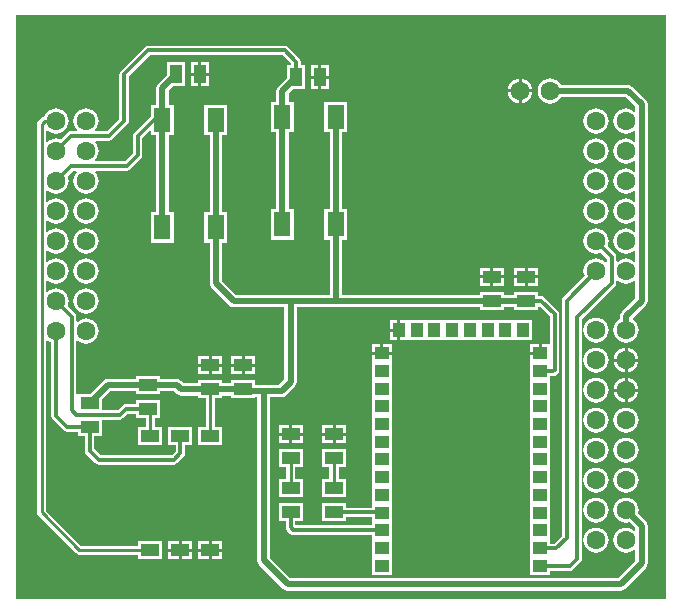
<source format=gtl>
%FSTAX25Y25*%
%MOIN*%
G70*
G01*
G75*
G04 Layer_Physical_Order=1*
G04 Layer_Color=255*
%ADD10R,0.05512X0.08268*%
%ADD11R,0.06000X0.04000*%
%ADD12R,0.05984X0.04134*%
%ADD13R,0.03937X0.04724*%
%ADD14R,0.04724X0.03937*%
%ADD15R,0.04000X0.06000*%
%ADD16C,0.01181*%
%ADD17C,0.01969*%
%ADD18C,0.01000*%
%ADD19C,0.06299*%
G36*
X0212598Y-0001969D02*
X-0003937D01*
Y0192913D01*
X0212598D01*
Y-0001969D01*
D02*
G37*
%LPC*%
G36*
X0199331Y0061981D02*
X0198248Y0061838D01*
X0197238Y006142D01*
X0196371Y0060755D01*
X0195706Y0059888D01*
X0195288Y0058878D01*
X0195145Y0057795D01*
X0195288Y0056712D01*
X0195706Y0055703D01*
X0196371Y0054836D01*
X0197238Y0054171D01*
X0198248Y0053752D01*
X0199331Y005361D01*
X0200414Y0053752D01*
X0201423Y0054171D01*
X020229Y0054836D01*
X0202955Y0055703D01*
X0203374Y0056712D01*
X0203516Y0057795D01*
X0203374Y0058878D01*
X0202955Y0059888D01*
X020229Y0060755D01*
X0201423Y006142D01*
X0200414Y0061838D01*
X0199331Y0061981D01*
D02*
G37*
G36*
X0189331D02*
X0188248Y0061838D01*
X0187238Y006142D01*
X0186371Y0060755D01*
X0185706Y0059888D01*
X0185288Y0058878D01*
X0185145Y0057795D01*
X0185288Y0056712D01*
X0185706Y0055703D01*
X0186371Y0054836D01*
X0187238Y0054171D01*
X0188248Y0053752D01*
X0189331Y005361D01*
X0190414Y0053752D01*
X0191423Y0054171D01*
X019229Y0054836D01*
X0192955Y0055703D01*
X0193374Y0056712D01*
X0193516Y0057795D01*
X0193374Y0058878D01*
X0192955Y0059888D01*
X019229Y0060755D01*
X0191423Y006142D01*
X0190414Y0061838D01*
X0189331Y0061981D01*
D02*
G37*
G36*
Y0071981D02*
X0188248Y0071838D01*
X0187238Y007142D01*
X0186371Y0070755D01*
X0185706Y0069888D01*
X0185288Y0068879D01*
X0185145Y0067795D01*
X0185288Y0066712D01*
X0185706Y0065703D01*
X0186371Y0064836D01*
X0187238Y0064171D01*
X0188248Y0063753D01*
X0189331Y006361D01*
X0190414Y0063753D01*
X0191423Y0064171D01*
X019229Y0064836D01*
X0192955Y0065703D01*
X0193374Y0066712D01*
X0193516Y0067795D01*
X0193374Y0068879D01*
X0192955Y0069888D01*
X019229Y0070755D01*
X0191423Y007142D01*
X0190414Y0071838D01*
X0189331Y0071981D01*
D02*
G37*
G36*
X020345Y0067295D02*
X0199831D01*
Y0063676D01*
X0200414Y0063753D01*
X0201423Y0064171D01*
X020229Y0064836D01*
X0202955Y0065703D01*
X0203374Y0066712D01*
X020345Y0067295D01*
D02*
G37*
G36*
X0198831D02*
X0195211D01*
X0195288Y0066712D01*
X0195706Y0065703D01*
X0196371Y0064836D01*
X0197238Y0064171D01*
X0198248Y0063753D01*
X0198831Y0063676D01*
Y0067295D01*
D02*
G37*
G36*
X0087Y0056D02*
X00835D01*
Y00535D01*
X0087D01*
Y0056D01*
D02*
G37*
G36*
X0106Y00525D02*
X01025D01*
Y005D01*
X0106D01*
Y00525D01*
D02*
G37*
G36*
X00915Y0056D02*
X0088D01*
Y00535D01*
X00915D01*
Y0056D01*
D02*
G37*
G36*
X0106D02*
X01025D01*
Y00535D01*
X0106D01*
Y0056D01*
D02*
G37*
G36*
X01015D02*
X0098D01*
Y00535D01*
X01015D01*
Y0056D01*
D02*
G37*
G36*
X0189331Y0081981D02*
X0188248Y0081838D01*
X0187238Y008142D01*
X0186371Y0080755D01*
X0185706Y0079888D01*
X0185288Y0078878D01*
X0185145Y0077795D01*
X0185288Y0076712D01*
X0185706Y0075703D01*
X0186371Y0074836D01*
X0187238Y0074171D01*
X0188248Y0073752D01*
X0189331Y007361D01*
X0190414Y0073752D01*
X0191423Y0074171D01*
X019229Y0074836D01*
X0192955Y0075703D01*
X0193374Y0076712D01*
X0193516Y0077795D01*
X0193374Y0078878D01*
X0192955Y0079888D01*
X019229Y0080755D01*
X0191423Y008142D01*
X0190414Y0081838D01*
X0189331Y0081981D01*
D02*
G37*
G36*
X0075799Y00755D02*
X0072299D01*
Y0073D01*
X0075799D01*
Y00755D01*
D02*
G37*
G36*
X0198831Y0077295D02*
X0195211D01*
X0195288Y0076712D01*
X0195706Y0075703D01*
X0196371Y0074836D01*
X0197238Y0074171D01*
X0198248Y0073752D01*
X0198831Y0073676D01*
Y0077295D01*
D02*
G37*
G36*
X0060299Y0079D02*
X0056799D01*
Y00765D01*
X0060299D01*
Y0079D01*
D02*
G37*
G36*
X020345Y0077295D02*
X0199831D01*
Y0073676D01*
X0200414Y0073752D01*
X0201423Y0074171D01*
X020229Y0074836D01*
X0202955Y0075703D01*
X0203374Y0076712D01*
X020345Y0077295D01*
D02*
G37*
G36*
X0199831Y0071915D02*
Y0068295D01*
X020345D01*
X0203374Y0068879D01*
X0202955Y0069888D01*
X020229Y0070755D01*
X0201423Y007142D01*
X0200414Y0071838D01*
X0199831Y0071915D01*
D02*
G37*
G36*
X0198831D02*
X0198248Y0071838D01*
X0197238Y007142D01*
X0196371Y0070755D01*
X0195706Y0069888D01*
X0195288Y0068879D01*
X0195211Y0068295D01*
X0198831D01*
Y0071915D01*
D02*
G37*
G36*
X0060299Y00755D02*
X0056799D01*
Y0073D01*
X0060299D01*
Y00755D01*
D02*
G37*
G36*
X0071299D02*
X0067799D01*
Y0073D01*
X0071299D01*
Y00755D01*
D02*
G37*
G36*
X0064799D02*
X0061299D01*
Y0073D01*
X0064799D01*
Y00755D01*
D02*
G37*
G36*
X0054776Y0017492D02*
X0051284D01*
Y0014925D01*
X0054776D01*
Y0017492D01*
D02*
G37*
G36*
X0050283D02*
X0046791D01*
Y0014925D01*
X0050283D01*
Y0017492D01*
D02*
G37*
G36*
X0060283D02*
X0056791D01*
Y0014925D01*
X0060283D01*
Y0017492D01*
D02*
G37*
G36*
X0189331Y0031981D02*
X0188248Y0031838D01*
X0187238Y003142D01*
X0186371Y0030755D01*
X0185706Y0029888D01*
X0185288Y0028879D01*
X0185145Y0027795D01*
X0185288Y0026712D01*
X0185706Y0025703D01*
X0186371Y0024836D01*
X0187238Y0024171D01*
X0188248Y0023753D01*
X0189331Y002361D01*
X0190414Y0023753D01*
X0191423Y0024171D01*
X019229Y0024836D01*
X0192955Y0025703D01*
X0193374Y0026712D01*
X0193516Y0027795D01*
X0193374Y0028879D01*
X0192955Y0029888D01*
X019229Y0030755D01*
X0191423Y003142D01*
X0190414Y0031838D01*
X0189331Y0031981D01*
D02*
G37*
G36*
X0064776Y0017492D02*
X0061283D01*
Y0014925D01*
X0064776D01*
Y0017492D01*
D02*
G37*
G36*
X0054776Y0013925D02*
X0051284D01*
Y0011358D01*
X0054776D01*
Y0013925D01*
D02*
G37*
G36*
X0050283D02*
X0046791D01*
Y0011358D01*
X0050283D01*
Y0013925D01*
D02*
G37*
G36*
X0060283D02*
X0056791D01*
Y0011358D01*
X0060283D01*
Y0013925D01*
D02*
G37*
G36*
X0189331Y0021981D02*
X0188248Y0021838D01*
X0187238Y002142D01*
X0186371Y0020755D01*
X0185706Y0019888D01*
X0185288Y0018879D01*
X0185145Y0017795D01*
X0185288Y0016712D01*
X0185706Y0015703D01*
X0186371Y0014836D01*
X0187238Y0014171D01*
X0188248Y0013753D01*
X0189331Y001361D01*
X0190414Y0013753D01*
X0191423Y0014171D01*
X019229Y0014836D01*
X0192955Y0015703D01*
X0193374Y0016712D01*
X0193516Y0017795D01*
X0193374Y0018879D01*
X0192955Y0019888D01*
X019229Y0020755D01*
X0191423Y002142D01*
X0190414Y0021838D01*
X0189331Y0021981D01*
D02*
G37*
G36*
X0064776Y0013925D02*
X0061283D01*
Y0011358D01*
X0064776D01*
Y0013925D01*
D02*
G37*
G36*
X0199331Y0051981D02*
X0198248Y0051838D01*
X0197238Y005142D01*
X0196371Y0050755D01*
X0195706Y0049888D01*
X0195288Y0048878D01*
X0195145Y0047795D01*
X0195288Y0046712D01*
X0195706Y0045703D01*
X0196371Y0044836D01*
X0197238Y0044171D01*
X0198248Y0043753D01*
X0199331Y004361D01*
X0200414Y0043753D01*
X0201423Y0044171D01*
X020229Y0044836D01*
X0202955Y0045703D01*
X0203374Y0046712D01*
X0203516Y0047795D01*
X0203374Y0048878D01*
X0202955Y0049888D01*
X020229Y0050755D01*
X0201423Y005142D01*
X0200414Y0051838D01*
X0199331Y0051981D01*
D02*
G37*
G36*
X0189331D02*
X0188248Y0051838D01*
X0187238Y005142D01*
X0186371Y0050755D01*
X0185706Y0049888D01*
X0185288Y0048878D01*
X0185145Y0047795D01*
X0185288Y0046712D01*
X0185706Y0045703D01*
X0186371Y0044836D01*
X0187238Y0044171D01*
X0188248Y0043753D01*
X0189331Y004361D01*
X0190414Y0043753D01*
X0191423Y0044171D01*
X019229Y0044836D01*
X0192955Y0045703D01*
X0193374Y0046712D01*
X0193516Y0047795D01*
X0193374Y0048878D01*
X0192955Y0049888D01*
X019229Y0050755D01*
X0191423Y005142D01*
X0190414Y0051838D01*
X0189331Y0051981D01*
D02*
G37*
G36*
X0087Y00525D02*
X00835D01*
Y005D01*
X0087D01*
Y00525D01*
D02*
G37*
G36*
X01015D02*
X0098D01*
Y005D01*
X01015D01*
Y00525D01*
D02*
G37*
G36*
X00915D02*
X0088D01*
Y005D01*
X00915D01*
Y00525D01*
D02*
G37*
G36*
Y0048D02*
X00835D01*
Y0042D01*
X0085971D01*
Y0038D01*
X00835D01*
Y0032D01*
X00915D01*
Y0038D01*
X0089029D01*
Y0042D01*
X00915D01*
Y0048D01*
D02*
G37*
G36*
X0121283Y007961D02*
X0114559D01*
Y0077142D01*
Y0071236D01*
Y0065331D01*
Y0059425D01*
Y005352D01*
Y0047614D01*
Y0041709D01*
Y0035803D01*
Y0029898D01*
Y0028622D01*
X0106D01*
Y003D01*
X0098D01*
Y0024D01*
X0106D01*
Y0025378D01*
X0114559D01*
Y0023992D01*
Y0022677D01*
X0089122D01*
Y0024D01*
X00915D01*
Y003D01*
X00835D01*
Y0024D01*
X0085878D01*
Y0022D01*
X0086002Y0021379D01*
X0086353Y0020853D01*
X0087298Y0019908D01*
X0087824Y0019557D01*
X0088445Y0019433D01*
X0114559D01*
Y0018087D01*
Y0012181D01*
Y0006276D01*
X0121283D01*
Y0012181D01*
Y0018087D01*
Y0023992D01*
Y0029898D01*
Y0035803D01*
Y0041709D01*
Y0047614D01*
Y005352D01*
Y0059425D01*
Y0065331D01*
Y0071236D01*
Y0077142D01*
Y007961D01*
D02*
G37*
G36*
X0106Y0048D02*
X0098D01*
Y0042D01*
X0100471D01*
Y0038D01*
X0098D01*
Y0032D01*
X0106D01*
Y0038D01*
X0103529D01*
Y0042D01*
X0106D01*
Y0048D01*
D02*
G37*
G36*
X0199331Y0041981D02*
X0198248Y0041838D01*
X0197238Y004142D01*
X0196371Y0040755D01*
X0195706Y0039888D01*
X0195288Y0038879D01*
X0195145Y0037795D01*
X0195288Y0036712D01*
X0195706Y0035703D01*
X0196371Y0034836D01*
X0197238Y0034171D01*
X0198248Y0033753D01*
X0199331Y003361D01*
X0200414Y0033753D01*
X0201423Y0034171D01*
X020229Y0034836D01*
X0202955Y0035703D01*
X0203374Y0036712D01*
X0203516Y0037795D01*
X0203374Y0038879D01*
X0202955Y0039888D01*
X020229Y0040755D01*
X0201423Y004142D01*
X0200414Y0041838D01*
X0199331Y0041981D01*
D02*
G37*
G36*
X0189331D02*
X0188248Y0041838D01*
X0187238Y004142D01*
X0186371Y0040755D01*
X0185706Y0039888D01*
X0185288Y0038879D01*
X0185145Y0037795D01*
X0185288Y0036712D01*
X0185706Y0035703D01*
X0186371Y0034836D01*
X0187238Y0034171D01*
X0188248Y0033753D01*
X0189331Y003361D01*
X0190414Y0033753D01*
X0191423Y0034171D01*
X019229Y0034836D01*
X0192955Y0035703D01*
X0193374Y0036712D01*
X0193516Y0037795D01*
X0193374Y0038879D01*
X0192955Y0039888D01*
X019229Y0040755D01*
X0191423Y004142D01*
X0190414Y0041838D01*
X0189331Y0041981D01*
D02*
G37*
G36*
Y0151666D02*
X0188248Y0151523D01*
X0187238Y0151105D01*
X0186371Y015044D01*
X0185706Y0149573D01*
X0185288Y0148564D01*
X0185145Y014748D01*
X0185288Y0146397D01*
X0185706Y0145388D01*
X0186371Y0144521D01*
X0187238Y0143856D01*
X0188248Y0143438D01*
X0189331Y0143295D01*
X0190414Y0143438D01*
X0191423Y0143856D01*
X019229Y0144521D01*
X0192955Y0145388D01*
X0193374Y0146397D01*
X0193516Y014748D01*
X0193374Y0148564D01*
X0192955Y0149573D01*
X019229Y015044D01*
X0191423Y0151105D01*
X0190414Y0151523D01*
X0189331Y0151666D01*
D02*
G37*
G36*
Y0141666D02*
X0188248Y0141523D01*
X0187238Y0141105D01*
X0186371Y014044D01*
X0185706Y0139573D01*
X0185288Y0138564D01*
X0185145Y013748D01*
X0185288Y0136397D01*
X0185706Y0135388D01*
X0186371Y0134521D01*
X0187238Y0133856D01*
X0188248Y0133438D01*
X0189331Y0133295D01*
X0190414Y0133438D01*
X0191423Y0133856D01*
X019229Y0134521D01*
X0192955Y0135388D01*
X0193374Y0136397D01*
X0193516Y013748D01*
X0193374Y0138564D01*
X0192955Y0139573D01*
X019229Y014044D01*
X0191423Y0141105D01*
X0190414Y0141523D01*
X0189331Y0141666D01*
D02*
G37*
G36*
Y0161666D02*
X0188248Y0161523D01*
X0187238Y0161105D01*
X0186371Y016044D01*
X0185706Y0159573D01*
X0185288Y0158564D01*
X0185145Y015748D01*
X0185288Y0156397D01*
X0185706Y0155388D01*
X0186371Y0154521D01*
X0187238Y0153856D01*
X0188248Y0153437D01*
X0189331Y0153295D01*
X0190414Y0153437D01*
X0191423Y0153856D01*
X019229Y0154521D01*
X0192955Y0155388D01*
X0193374Y0156397D01*
X0193516Y015748D01*
X0193374Y0158564D01*
X0192955Y0159573D01*
X019229Y016044D01*
X0191423Y0161105D01*
X0190414Y0161523D01*
X0189331Y0161666D01*
D02*
G37*
G36*
X016812Y0167D02*
X01645D01*
Y016338D01*
X0165083Y0163457D01*
X0166093Y0163875D01*
X016696Y0164541D01*
X0167625Y0165407D01*
X0168043Y0166417D01*
X016812Y0167D01*
D02*
G37*
G36*
X01635D02*
X015988D01*
X0159957Y0166417D01*
X0160375Y0165407D01*
X016104Y0164541D01*
X0161907Y0163875D01*
X0162917Y0163457D01*
X01635Y016338D01*
Y0167D01*
D02*
G37*
G36*
X0019331Y0121666D02*
X0018248Y0121523D01*
X0017238Y0121105D01*
X0016371Y012044D01*
X0015706Y0119573D01*
X0015288Y0118564D01*
X0015145Y011748D01*
X0015288Y0116397D01*
X0015706Y0115388D01*
X0016371Y0114521D01*
X0017238Y0113856D01*
X0018248Y0113437D01*
X0019331Y0113295D01*
X0020414Y0113437D01*
X0021423Y0113856D01*
X002229Y0114521D01*
X0022955Y0115388D01*
X0023373Y0116397D01*
X0023516Y011748D01*
X0023373Y0118564D01*
X0022955Y0119573D01*
X002229Y012044D01*
X0021423Y0121105D01*
X0020414Y0121523D01*
X0019331Y0121666D01*
D02*
G37*
G36*
X017Y01085D02*
X01665D01*
Y0106D01*
X017D01*
Y01085D01*
D02*
G37*
G36*
X00855Y0182622D02*
X004D01*
X0039379Y0182498D01*
X0038853Y0182147D01*
X0030853Y0174147D01*
X0030502Y0173621D01*
X0030378Y0173D01*
Y0158172D01*
X0026328Y0154122D01*
X0022549D01*
X0022328Y015457D01*
X0022955Y0155388D01*
X0023373Y0156397D01*
X0023516Y015748D01*
X0023373Y0158564D01*
X0022955Y0159573D01*
X002229Y016044D01*
X0021423Y0161105D01*
X0020414Y0161523D01*
X0019331Y0161666D01*
X0018248Y0161523D01*
X0017238Y0161105D01*
X0016371Y016044D01*
X0015706Y0159573D01*
X0015288Y0158564D01*
X0015145Y015748D01*
X0015288Y0156397D01*
X0015706Y0155388D01*
X0016333Y015457D01*
X0016112Y0154122D01*
X001435D01*
X001373Y0153998D01*
X0013204Y0153647D01*
X0010885Y0151328D01*
X0010414Y0151523D01*
X0009331Y0151666D01*
X0008247Y0151523D01*
X0007238Y0151105D01*
X0006478Y0150522D01*
X0006029Y0150743D01*
Y0154218D01*
X0006478Y0154439D01*
X0007238Y0153856D01*
X0008247Y0153437D01*
X0009331Y0153295D01*
X0010414Y0153437D01*
X0011423Y0153856D01*
X001229Y0154521D01*
X0012955Y0155388D01*
X0013374Y0156397D01*
X0013516Y015748D01*
X0013374Y0158564D01*
X0012955Y0159573D01*
X001229Y016044D01*
X0011423Y0161105D01*
X0010414Y0161523D01*
X0009331Y0161666D01*
X0008247Y0161523D01*
X0007238Y0161105D01*
X0006371Y016044D01*
X0005706Y0159573D01*
X0005479Y0159025D01*
X0004915Y0158913D01*
X0004419Y0158581D01*
X0003419Y0157581D01*
X0003087Y0157085D01*
X0002971Y01565D01*
Y0027D01*
X0003087Y0026415D01*
X0003419Y0025919D01*
X0015993Y0013344D01*
X0016489Y0013012D01*
X0017075Y0012896D01*
X0036791D01*
Y0011358D01*
X0044776D01*
Y0017492D01*
X0036791D01*
Y0015955D01*
X0017708D01*
X0006029Y0027634D01*
Y0084218D01*
X0006478Y0084439D01*
X0007238Y0083856D01*
X0007709Y0083661D01*
Y0059169D01*
X0007833Y0058549D01*
X0008184Y0058023D01*
X0011853Y0054353D01*
X0012379Y0054002D01*
X0013Y0053878D01*
X00165D01*
Y00525D01*
X0018878D01*
Y00475D01*
X0019002Y0046879D01*
X0019353Y0046353D01*
X0022353Y0043353D01*
X0022879Y0043002D01*
X00235Y0042878D01*
X00485D01*
X0049121Y0043002D01*
X0049647Y0043353D01*
X005193Y0045637D01*
X0052282Y0046163D01*
X0052405Y0046784D01*
Y0049508D01*
X0054776D01*
Y0055642D01*
X0046791D01*
Y0049508D01*
X0049162D01*
Y0047455D01*
X0047828Y0046122D01*
X0024172D01*
X0022122Y0048172D01*
Y00525D01*
X00245D01*
Y0057878D01*
X00305D01*
X0031121Y0058002D01*
X0031647Y0058353D01*
X0033172Y0059878D01*
X0036D01*
Y00585D01*
X0039254D01*
Y0055642D01*
X0036791D01*
Y0049508D01*
X0044776D01*
Y0055642D01*
X0042313D01*
Y00585D01*
X0044D01*
Y00645D01*
X0036D01*
Y0063122D01*
X00325D01*
X0031879Y0062998D01*
X0031353Y0062647D01*
X0029828Y0061122D01*
X00245D01*
Y0064639D01*
X0027338Y0067477D01*
X0036D01*
Y00665D01*
X0044D01*
Y0067477D01*
X0048662D01*
X0049569Y006657D01*
X0050226Y0066131D01*
X0051Y0065977D01*
X0056799D01*
Y0065D01*
X005927D01*
Y0055642D01*
X0056791D01*
Y0049508D01*
X0064776D01*
Y0055642D01*
X0062329D01*
Y0065D01*
X0064799D01*
Y0065977D01*
X0067799D01*
Y0065D01*
X0075799D01*
Y0065477D01*
X0076477D01*
Y0011D01*
X0076631Y0010226D01*
X0077069Y0009569D01*
X0085069Y0001569D01*
X0085726Y0001131D01*
X00865Y0000977D01*
X01975D01*
X0198274Y0001131D01*
X0198931Y0001569D01*
X0205931Y0008569D01*
X0206224Y0009008D01*
X0206369Y0009226D01*
X0206523Y001D01*
Y0022626D01*
X0206369Y00234D01*
X0205931Y0024057D01*
X0203345Y0026642D01*
X0203374Y0026712D01*
X0203516Y0027795D01*
X0203374Y0028879D01*
X0202955Y0029888D01*
X020229Y0030755D01*
X0201423Y003142D01*
X0200414Y0031838D01*
X0199331Y0031981D01*
X0198248Y0031838D01*
X0197238Y003142D01*
X0196371Y0030755D01*
X0195706Y0029888D01*
X0195288Y0028879D01*
X0195145Y0027795D01*
X0195288Y0026712D01*
X0195706Y0025703D01*
X0196371Y0024836D01*
X0197238Y0024171D01*
X0198248Y0023753D01*
X0199331Y002361D01*
X0200414Y0023753D01*
X0200484Y0023781D01*
X0202477Y0021788D01*
Y0021177D01*
X0202028Y0020956D01*
X0201423Y002142D01*
X0200414Y0021838D01*
X0199331Y0021981D01*
X0198248Y0021838D01*
X0197238Y002142D01*
X0196371Y0020755D01*
X0195706Y0019888D01*
X0195288Y0018879D01*
X0195145Y0017795D01*
X0195288Y0016712D01*
X0195706Y0015703D01*
X0196371Y0014836D01*
X0197238Y0014171D01*
X0198248Y0013753D01*
X0199331Y001361D01*
X0200414Y0013753D01*
X0201423Y0014171D01*
X0202028Y0014635D01*
X0202477Y0014414D01*
Y0010838D01*
X0196662Y0005023D01*
X0087338D01*
X0080523Y0011838D01*
Y0065477D01*
X00845D01*
X0085274Y0065631D01*
X0085931Y0066069D01*
X0088931Y0069069D01*
X0089369Y0069726D01*
X0089523Y00705D01*
Y0095477D01*
X01505D01*
Y00945D01*
X01585D01*
Y0095477D01*
X0162D01*
Y00945D01*
X017D01*
Y0095553D01*
X0170462Y0095745D01*
X0173878Y0092328D01*
Y0083079D01*
X0171177D01*
Y008011D01*
X0170677D01*
Y007961D01*
X0167315D01*
Y0077142D01*
Y0071236D01*
Y0065331D01*
Y0059425D01*
Y005352D01*
Y0047614D01*
Y0041709D01*
Y0035803D01*
Y0029898D01*
Y0023992D01*
Y0018087D01*
Y0012181D01*
Y0006276D01*
X0174039D01*
Y0007378D01*
X01805D01*
X0181121Y0007502D01*
X0181647Y0007853D01*
X0184147Y0010353D01*
X0184498Y0010879D01*
X0184622Y00115D01*
Y0091328D01*
X0195647Y0102353D01*
X0195998Y0102879D01*
X0196122Y01035D01*
Y0104147D01*
X019657Y0104368D01*
X0197238Y0103856D01*
X0198248Y0103437D01*
X0199331Y0103295D01*
X0200414Y0103437D01*
X0201423Y0103856D01*
X0202028Y010432D01*
X0202477Y0104099D01*
Y0098338D01*
X01979Y0093761D01*
X0197462Y0093105D01*
X0197308Y0092331D01*
Y0091449D01*
X0197238Y009142D01*
X0196371Y0090755D01*
X0195706Y0089888D01*
X0195288Y0088879D01*
X0195145Y0087795D01*
X0195288Y0086712D01*
X0195706Y0085703D01*
X0196371Y0084836D01*
X0197238Y0084171D01*
X0198248Y0083753D01*
X0199331Y008361D01*
X0200414Y0083753D01*
X0201423Y0084171D01*
X020229Y0084836D01*
X0202955Y0085703D01*
X0203374Y0086712D01*
X0203516Y0087795D01*
X0203374Y0088879D01*
X0202955Y0089888D01*
X020229Y0090755D01*
X0201644Y0091251D01*
X0201611Y009175D01*
X0205931Y0096069D01*
X0206369Y0096726D01*
X0206523Y00975D01*
Y0163D01*
X0206369Y0163774D01*
X0205931Y0164431D01*
X0201431Y0168931D01*
X0200774Y0169369D01*
X02Y0169523D01*
X0177654D01*
X0177625Y0169593D01*
X017696Y0170459D01*
X0176093Y0171125D01*
X0175083Y0171543D01*
X0174Y0171685D01*
X0172917Y0171543D01*
X0171907Y0171125D01*
X017104Y0170459D01*
X0170375Y0169593D01*
X0169957Y0168583D01*
X0169815Y01675D01*
X0169957Y0166417D01*
X0170375Y0165407D01*
X017104Y0164541D01*
X0171907Y0163875D01*
X0172917Y0163457D01*
X0174Y0163315D01*
X0175083Y0163457D01*
X0176093Y0163875D01*
X017696Y0164541D01*
X0177625Y0165407D01*
X0177654Y0165477D01*
X0199162D01*
X0202477Y0162162D01*
Y0160862D01*
X0202028Y0160641D01*
X0201423Y0161105D01*
X0200414Y0161523D01*
X0199331Y0161666D01*
X0198248Y0161523D01*
X0197238Y0161105D01*
X0196371Y016044D01*
X0195706Y0159573D01*
X0195288Y0158564D01*
X0195145Y015748D01*
X0195288Y0156397D01*
X0195706Y0155388D01*
X0196371Y0154521D01*
X0197238Y0153856D01*
X0198248Y0153437D01*
X0199331Y0153295D01*
X0200414Y0153437D01*
X0201423Y0153856D01*
X0202028Y015432D01*
X0202477Y0154099D01*
Y0150862D01*
X0202028Y0150641D01*
X0201423Y0151105D01*
X0200414Y0151523D01*
X0199331Y0151666D01*
X0198248Y0151523D01*
X0197238Y0151105D01*
X0196371Y015044D01*
X0195706Y0149573D01*
X0195288Y0148564D01*
X0195145Y014748D01*
X0195288Y0146397D01*
X0195706Y0145388D01*
X0196371Y0144521D01*
X0197238Y0143856D01*
X0198248Y0143438D01*
X0199331Y0143295D01*
X0200414Y0143438D01*
X0201423Y0143856D01*
X0202028Y014432D01*
X0202477Y0144099D01*
Y0140862D01*
X0202028Y0140641D01*
X0201423Y0141105D01*
X0200414Y0141523D01*
X0199331Y0141666D01*
X0198248Y0141523D01*
X0197238Y0141105D01*
X0196371Y014044D01*
X0195706Y0139573D01*
X0195288Y0138564D01*
X0195145Y013748D01*
X0195288Y0136397D01*
X0195706Y0135388D01*
X0196371Y0134521D01*
X0197238Y0133856D01*
X0198248Y0133438D01*
X0199331Y0133295D01*
X0200414Y0133438D01*
X0201423Y0133856D01*
X0202028Y013432D01*
X0202477Y0134099D01*
Y0130862D01*
X0202028Y0130641D01*
X0201423Y0131105D01*
X0200414Y0131523D01*
X0199331Y0131666D01*
X0198248Y0131523D01*
X0197238Y0131105D01*
X0196371Y013044D01*
X0195706Y0129573D01*
X0195288Y0128564D01*
X0195145Y012748D01*
X0195288Y0126397D01*
X0195706Y0125388D01*
X0196371Y0124521D01*
X0197238Y0123856D01*
X0198248Y0123438D01*
X0199331Y0123295D01*
X0200414Y0123438D01*
X0201423Y0123856D01*
X0202028Y012432D01*
X0202477Y0124099D01*
Y0120862D01*
X0202028Y0120641D01*
X0201423Y0121105D01*
X0200414Y0121523D01*
X0199331Y0121666D01*
X0198248Y0121523D01*
X0197238Y0121105D01*
X0196371Y012044D01*
X0195706Y0119573D01*
X0195288Y0118564D01*
X0195145Y011748D01*
X0195288Y0116397D01*
X0195706Y0115388D01*
X0196371Y0114521D01*
X0197238Y0113856D01*
X0198248Y0113437D01*
X0199331Y0113295D01*
X0200414Y0113437D01*
X0201423Y0113856D01*
X0202028Y011432D01*
X0202477Y0114099D01*
Y0110862D01*
X0202028Y0110641D01*
X0201423Y0111105D01*
X0200414Y0111523D01*
X0199331Y0111666D01*
X0198248Y0111523D01*
X0197238Y0111105D01*
X019657Y0110592D01*
X0196122Y0110814D01*
Y0112311D01*
X0195998Y0112932D01*
X0195647Y0113458D01*
X0193178Y0115926D01*
X0193374Y0116397D01*
X0193516Y011748D01*
X0193374Y0118564D01*
X0192955Y0119573D01*
X019229Y012044D01*
X0191423Y0121105D01*
X0190414Y0121523D01*
X0189331Y0121666D01*
X0188248Y0121523D01*
X0187238Y0121105D01*
X0186371Y012044D01*
X0185706Y0119573D01*
X0185288Y0118564D01*
X0185145Y011748D01*
X0185288Y0116397D01*
X0185706Y0115388D01*
X0186371Y0114521D01*
X0187238Y0113856D01*
X0188248Y0113437D01*
X0189331Y0113295D01*
X0190414Y0113437D01*
X0190885Y0113633D01*
X0192878Y0111639D01*
Y0110451D01*
X0192405Y0110291D01*
X019229Y011044D01*
X0191423Y0111105D01*
X0190414Y0111523D01*
X0189331Y0111666D01*
X0188248Y0111523D01*
X0187238Y0111105D01*
X0186371Y011044D01*
X0185706Y0109573D01*
X0185288Y0108564D01*
X0185145Y010748D01*
X0185288Y0106397D01*
X0185483Y0105926D01*
X0178353Y0098796D01*
X0178002Y009827D01*
X0177878Y009765D01*
Y0019172D01*
X0175328Y0016622D01*
X0174039D01*
Y0018087D01*
Y0023992D01*
Y0029898D01*
Y0035803D01*
Y0041709D01*
Y0047614D01*
Y005352D01*
Y0059425D01*
Y0065331D01*
Y0071236D01*
Y0072378D01*
X0175D01*
X0175621Y0072502D01*
X0176147Y0072853D01*
X0176647Y0073353D01*
X0176998Y0073879D01*
X0177122Y00745D01*
Y0093D01*
X0176998Y0093621D01*
X0176647Y0094147D01*
X0172147Y0098647D01*
X0171621Y0098998D01*
X0171Y0099122D01*
X017D01*
Y01005D01*
X0162D01*
Y0099523D01*
X01585D01*
Y01005D01*
X01505D01*
Y0099523D01*
X0104539D01*
Y0117866D01*
X0106272D01*
Y0128134D01*
X0104539D01*
Y0153693D01*
X0106272D01*
Y0163961D01*
X009876D01*
Y0153693D01*
X0100493D01*
Y0128134D01*
X009876D01*
Y0117866D01*
X0100493D01*
Y0099523D01*
X0069338D01*
X0064539Y0104322D01*
Y0116866D01*
X0066272D01*
Y0127134D01*
X0064539D01*
Y0152693D01*
X0066272D01*
Y0162961D01*
X005876D01*
Y0152693D01*
X0060493D01*
Y0127134D01*
X005876D01*
Y0116866D01*
X0060493D01*
Y0103484D01*
X0060647Y010271D01*
X0061085Y0102054D01*
X0067069Y0096069D01*
X0067726Y0095631D01*
X00685Y0095477D01*
X0085477D01*
Y0071338D01*
X0083662Y0069523D01*
X0075799D01*
Y0071D01*
X0067799D01*
Y0070023D01*
X0064799D01*
Y0071D01*
X0056799D01*
Y0070023D01*
X0051838D01*
X0050931Y0070931D01*
X0050274Y0071369D01*
X00495Y0071523D01*
X0044D01*
Y00725D01*
X0036D01*
Y0071523D01*
X00265D01*
X0025726Y0071369D01*
X0025069Y0070931D01*
X0020639Y00665D01*
X00165D01*
Y00665D01*
X0016475D01*
X0016122Y0066854D01*
Y0084147D01*
X001657Y0084368D01*
X0017238Y0083856D01*
X0018248Y0083438D01*
X0019331Y0083295D01*
X0020414Y0083438D01*
X0021423Y0083856D01*
X002229Y0084521D01*
X0022955Y0085388D01*
X0023373Y0086397D01*
X0023516Y008748D01*
X0023373Y0088564D01*
X0022955Y0089573D01*
X002229Y009044D01*
X0021423Y0091105D01*
X0020414Y0091523D01*
X0019331Y0091666D01*
X0018248Y0091523D01*
X0017238Y0091105D01*
X001657Y0090592D01*
X0016122Y0090814D01*
Y0092311D01*
X0015998Y0092932D01*
X0015647Y0093458D01*
X0013178Y0095926D01*
X0013374Y0096397D01*
X0013516Y009748D01*
X0013374Y0098564D01*
X0012955Y0099573D01*
X001229Y010044D01*
X0011423Y0101105D01*
X0010414Y0101523D01*
X0009331Y0101666D01*
X0008247Y0101523D01*
X0007238Y0101105D01*
X0006478Y0100522D01*
X0006029Y0100743D01*
Y0104218D01*
X0006478Y0104439D01*
X0007238Y0103856D01*
X0008247Y0103437D01*
X0009331Y0103295D01*
X0010414Y0103437D01*
X0011423Y0103856D01*
X001229Y0104521D01*
X0012955Y0105388D01*
X0013374Y0106397D01*
X0013516Y010748D01*
X0013374Y0108564D01*
X0012955Y0109573D01*
X001229Y011044D01*
X0011423Y0111105D01*
X0010414Y0111523D01*
X0009331Y0111666D01*
X0008247Y0111523D01*
X0007238Y0111105D01*
X0006478Y0110522D01*
X0006029Y0110743D01*
Y0114218D01*
X0006478Y0114439D01*
X0007238Y0113856D01*
X0008247Y0113437D01*
X0009331Y0113295D01*
X0010414Y0113437D01*
X0011423Y0113856D01*
X001229Y0114521D01*
X0012955Y0115388D01*
X0013374Y0116397D01*
X0013516Y011748D01*
X0013374Y0118564D01*
X0012955Y0119573D01*
X001229Y012044D01*
X0011423Y0121105D01*
X0010414Y0121523D01*
X0009331Y0121666D01*
X0008247Y0121523D01*
X0007238Y0121105D01*
X0006478Y0120522D01*
X0006029Y0120743D01*
Y0124218D01*
X0006478Y0124439D01*
X0007238Y0123856D01*
X0008247Y0123438D01*
X0009331Y0123295D01*
X0010414Y0123438D01*
X0011423Y0123856D01*
X001229Y0124521D01*
X0012955Y0125388D01*
X0013374Y0126397D01*
X0013516Y012748D01*
X0013374Y0128564D01*
X0012955Y0129573D01*
X001229Y013044D01*
X0011423Y0131105D01*
X0010414Y0131523D01*
X0009331Y0131666D01*
X0008247Y0131523D01*
X0007238Y0131105D01*
X0006478Y0130522D01*
X0006029Y0130743D01*
Y0134218D01*
X0006478Y0134439D01*
X0007238Y0133856D01*
X0008247Y0133438D01*
X0009331Y0133295D01*
X0010414Y0133438D01*
X0011423Y0133856D01*
X001229Y0134521D01*
X0012955Y0135388D01*
X0013374Y0136397D01*
X0013516Y013748D01*
X0013374Y0138564D01*
X0013178Y0139035D01*
X0015022Y0140878D01*
X0016142D01*
X0016364Y014043D01*
X0015706Y0139573D01*
X0015288Y0138564D01*
X0015145Y013748D01*
X0015288Y0136397D01*
X0015706Y0135388D01*
X0016371Y0134521D01*
X0017238Y0133856D01*
X0018248Y0133438D01*
X0019331Y0133295D01*
X0020414Y0133438D01*
X0021423Y0133856D01*
X002229Y0134521D01*
X0022955Y0135388D01*
X0023373Y0136397D01*
X0023516Y013748D01*
X0023373Y0138564D01*
X0022955Y0139573D01*
X0022298Y014043D01*
X0022519Y0140878D01*
X0033D01*
X0033621Y0141002D01*
X0034147Y0141353D01*
X0037647Y0144853D01*
X0037998Y0145379D01*
X0038122Y0146D01*
Y0151828D01*
X0040581Y0154288D01*
X0041043Y0154097D01*
Y0152693D01*
X0042776D01*
Y0127134D01*
X0041043D01*
Y0116866D01*
X0048555D01*
Y0127134D01*
X0046822D01*
Y0152693D01*
X0048555D01*
Y0162961D01*
X0046822D01*
Y0167662D01*
X004816Y0169D01*
X0052299D01*
Y0177D01*
X0046299D01*
Y0172861D01*
X0043369Y0169931D01*
X004293Y0169274D01*
X0042776Y01685D01*
Y0162961D01*
X0041043D01*
Y0159216D01*
X004068Y0158974D01*
X0035353Y0153647D01*
X0035002Y0153121D01*
X0034878Y01525D01*
Y0146672D01*
X0032328Y0144122D01*
X0022549D01*
X0022328Y014457D01*
X0022955Y0145388D01*
X0023373Y0146397D01*
X0023516Y014748D01*
X0023373Y0148564D01*
X0022955Y0149573D01*
X0022298Y015043D01*
X0022519Y0150878D01*
X0027D01*
X0027621Y0151002D01*
X0028147Y0151353D01*
X0033147Y0156353D01*
X0033498Y0156879D01*
X0033622Y01575D01*
Y0172328D01*
X0040672Y0179378D01*
X0084828D01*
X0087678Y0176529D01*
Y0176D01*
X0086299D01*
Y0171861D01*
X0083369Y0168931D01*
X008293Y0168274D01*
X0082776Y01675D01*
Y0163961D01*
X0081043D01*
Y0153693D01*
X0082776D01*
Y0128134D01*
X0081043D01*
Y0117866D01*
X0088555D01*
Y0128134D01*
X0086822D01*
Y0153693D01*
X0088555D01*
Y0163961D01*
X0086822D01*
Y0166662D01*
X008816Y0168D01*
X0092299D01*
Y0176D01*
X0090921D01*
Y0177201D01*
X0090798Y0177821D01*
X0090446Y0178348D01*
X0086647Y0182147D01*
X0086121Y0182498D01*
X00855Y0182622D01*
D02*
G37*
G36*
X0189331Y0131666D02*
X0188248Y0131523D01*
X0187238Y0131105D01*
X0186371Y013044D01*
X0185706Y0129573D01*
X0185288Y0128564D01*
X0185145Y012748D01*
X0185288Y0126397D01*
X0185706Y0125388D01*
X0186371Y0124521D01*
X0187238Y0123856D01*
X0188248Y0123438D01*
X0189331Y0123295D01*
X0190414Y0123438D01*
X0191423Y0123856D01*
X019229Y0124521D01*
X0192955Y0125388D01*
X0193374Y0126397D01*
X0193516Y012748D01*
X0193374Y0128564D01*
X0192955Y0129573D01*
X019229Y013044D01*
X0191423Y0131105D01*
X0190414Y0131523D01*
X0189331Y0131666D01*
D02*
G37*
G36*
X0019331D02*
X0018248Y0131523D01*
X0017238Y0131105D01*
X0016371Y013044D01*
X0015706Y0129573D01*
X0015288Y0128564D01*
X0015145Y012748D01*
X0015288Y0126397D01*
X0015706Y0125388D01*
X0016371Y0124521D01*
X0017238Y0123856D01*
X0018248Y0123438D01*
X0019331Y0123295D01*
X0020414Y0123438D01*
X0021423Y0123856D01*
X002229Y0124521D01*
X0022955Y0125388D01*
X0023373Y0126397D01*
X0023516Y012748D01*
X0023373Y0128564D01*
X0022955Y0129573D01*
X002229Y013044D01*
X0021423Y0131105D01*
X0020414Y0131523D01*
X0019331Y0131666D01*
D02*
G37*
G36*
X0096799Y0176D02*
X0094299D01*
Y01725D01*
X0096799D01*
Y0176D01*
D02*
G37*
G36*
X0060299Y01725D02*
X0057799D01*
Y0169D01*
X0060299D01*
Y01725D01*
D02*
G37*
G36*
X0100299Y0176D02*
X0097799D01*
Y01725D01*
X0100299D01*
Y0176D01*
D02*
G37*
G36*
X0060299Y0177D02*
X0057799D01*
Y01735D01*
X0060299D01*
Y0177D01*
D02*
G37*
G36*
X0056799D02*
X0054299D01*
Y01735D01*
X0056799D01*
Y0177D01*
D02*
G37*
G36*
X01645Y017162D02*
Y0168D01*
X016812D01*
X0168043Y0168583D01*
X0167625Y0169593D01*
X016696Y0170459D01*
X0166093Y0171125D01*
X0165083Y0171543D01*
X01645Y017162D01*
D02*
G37*
G36*
X01635D02*
X0162917Y0171543D01*
X0161907Y0171125D01*
X016104Y0170459D01*
X0160375Y0169593D01*
X0159957Y0168583D01*
X015988Y0168D01*
X01635D01*
Y017162D01*
D02*
G37*
G36*
X0096799Y01715D02*
X0094299D01*
Y0168D01*
X0096799D01*
Y01715D01*
D02*
G37*
G36*
X0056799Y01725D02*
X0054299D01*
Y0169D01*
X0056799D01*
Y01725D01*
D02*
G37*
G36*
X0100299Y01715D02*
X0097799D01*
Y0168D01*
X0100299D01*
Y01715D01*
D02*
G37*
G36*
X01655Y01085D02*
X0162D01*
Y0106D01*
X01655D01*
Y01085D01*
D02*
G37*
G36*
X0121283Y0083079D02*
X0118421D01*
Y008061D01*
X0121283D01*
Y0083079D01*
D02*
G37*
G36*
X0117421D02*
X0114559D01*
Y008061D01*
X0117421D01*
Y0083079D01*
D02*
G37*
G36*
X0170177Y0083079D02*
X0167315D01*
Y008061D01*
X0170177D01*
Y0083079D01*
D02*
G37*
G36*
X012313Y0087287D02*
X0120661D01*
Y0084425D01*
X012313D01*
Y0087287D01*
D02*
G37*
G36*
X0189331Y0091981D02*
X0188248Y0091838D01*
X0187238Y009142D01*
X0186371Y0090755D01*
X0185706Y0089888D01*
X0185288Y0088879D01*
X0185145Y0087795D01*
X0185288Y0086712D01*
X0185706Y0085703D01*
X0186371Y0084836D01*
X0187238Y0084171D01*
X0188248Y0083753D01*
X0189331Y008361D01*
X0190414Y0083753D01*
X0191423Y0084171D01*
X019229Y0084836D01*
X0192955Y0085703D01*
X0193374Y0086712D01*
X0193516Y0087795D01*
X0193374Y0088879D01*
X0192955Y0089888D01*
X019229Y0090755D01*
X0191423Y009142D01*
X0190414Y0091838D01*
X0189331Y0091981D01*
D02*
G37*
G36*
X0071299Y0079D02*
X0067799D01*
Y00765D01*
X0071299D01*
Y0079D01*
D02*
G37*
G36*
X0064799D02*
X0061299D01*
Y00765D01*
X0064799D01*
Y0079D01*
D02*
G37*
G36*
X0075799D02*
X0072299D01*
Y00765D01*
X0075799D01*
Y0079D01*
D02*
G37*
G36*
X0199831Y0081915D02*
Y0078295D01*
X020345D01*
X0203374Y0078878D01*
X0202955Y0079888D01*
X020229Y0080755D01*
X0201423Y008142D01*
X0200414Y0081838D01*
X0199831Y0081915D01*
D02*
G37*
G36*
X0198831D02*
X0198248Y0081838D01*
X0197238Y008142D01*
X0196371Y0080755D01*
X0195706Y0079888D01*
X0195288Y0078878D01*
X0195211Y0078295D01*
X0198831D01*
Y0081915D01*
D02*
G37*
G36*
X017Y0105D02*
X01665D01*
Y01025D01*
X017D01*
Y0105D01*
D02*
G37*
G36*
X01655D02*
X0162D01*
Y01025D01*
X01655D01*
Y0105D01*
D02*
G37*
G36*
X0019331Y0111666D02*
X0018248Y0111523D01*
X0017238Y0111105D01*
X0016371Y011044D01*
X0015706Y0109573D01*
X0015288Y0108564D01*
X0015145Y010748D01*
X0015288Y0106397D01*
X0015706Y0105388D01*
X0016371Y0104521D01*
X0017238Y0103856D01*
X0018248Y0103437D01*
X0019331Y0103295D01*
X0020414Y0103437D01*
X0021423Y0103856D01*
X002229Y0104521D01*
X0022955Y0105388D01*
X0023373Y0106397D01*
X0023516Y010748D01*
X0023373Y0108564D01*
X0022955Y0109573D01*
X002229Y011044D01*
X0021423Y0111105D01*
X0020414Y0111523D01*
X0019331Y0111666D01*
D02*
G37*
G36*
X01585Y01085D02*
X0155D01*
Y0106D01*
X01585D01*
Y01085D01*
D02*
G37*
G36*
X0154D02*
X01505D01*
Y0106D01*
X0154D01*
Y01085D01*
D02*
G37*
G36*
X012313Y009115D02*
X0120661D01*
Y0088288D01*
X012313D01*
Y009115D01*
D02*
G37*
G36*
X0167937D02*
X012413D01*
Y0087787D01*
Y0084425D01*
X0167937D01*
Y009115D01*
D02*
G37*
G36*
X0019331Y0101666D02*
X0018248Y0101523D01*
X0017238Y0101105D01*
X0016371Y010044D01*
X0015706Y0099573D01*
X0015288Y0098564D01*
X0015145Y009748D01*
X0015288Y0096397D01*
X0015706Y0095388D01*
X0016371Y0094521D01*
X0017238Y0093856D01*
X0018248Y0093437D01*
X0019331Y0093295D01*
X0020414Y0093437D01*
X0021423Y0093856D01*
X002229Y0094521D01*
X0022955Y0095388D01*
X0023373Y0096397D01*
X0023516Y009748D01*
X0023373Y0098564D01*
X0022955Y0099573D01*
X002229Y010044D01*
X0021423Y0101105D01*
X0020414Y0101523D01*
X0019331Y0101666D01*
D02*
G37*
G36*
X01585Y0105D02*
X0155D01*
Y01025D01*
X01585D01*
Y0105D01*
D02*
G37*
G36*
X0154D02*
X01505D01*
Y01025D01*
X0154D01*
Y0105D01*
D02*
G37*
%LPD*%
D10*
X0102516Y0123D02*
D03*
X0084799D02*
D03*
X0102516Y0158827D02*
D03*
X0084799D02*
D03*
X0044799Y0157827D02*
D03*
X0062516D02*
D03*
X0044799Y0122D02*
D03*
X0062516D02*
D03*
D11*
X0166Y00975D02*
D03*
Y01055D02*
D03*
X01545Y00975D02*
D03*
Y01055D02*
D03*
X0071799Y0068D02*
D03*
Y0076D02*
D03*
X0060799Y0068D02*
D03*
Y0076D02*
D03*
X00875Y0027D02*
D03*
Y0035D02*
D03*
Y0045D02*
D03*
Y0053D02*
D03*
X0102Y0027D02*
D03*
Y0035D02*
D03*
Y0045D02*
D03*
Y0053D02*
D03*
X004Y00695D02*
D03*
Y00615D02*
D03*
X00205Y00635D02*
D03*
Y00555D02*
D03*
D12*
X0060783Y0052575D02*
D03*
X0050783D02*
D03*
X0040784D02*
D03*
Y0014425D02*
D03*
X0050783D02*
D03*
X0060783D02*
D03*
D13*
X0164969Y0087787D02*
D03*
X0159063D02*
D03*
X0153157D02*
D03*
X0147252D02*
D03*
X0141347D02*
D03*
X0135441D02*
D03*
X0129535D02*
D03*
X012363D02*
D03*
D14*
X0117921Y0009244D02*
D03*
Y001515D02*
D03*
Y0021055D02*
D03*
Y0026961D02*
D03*
Y0032866D02*
D03*
Y0038772D02*
D03*
Y0044677D02*
D03*
Y0050583D02*
D03*
Y0056488D02*
D03*
Y0062394D02*
D03*
Y0068299D02*
D03*
Y0074205D02*
D03*
Y008011D02*
D03*
X0170677Y008011D02*
D03*
Y0074205D02*
D03*
Y0068299D02*
D03*
Y0062394D02*
D03*
Y0056488D02*
D03*
Y0050583D02*
D03*
Y0044677D02*
D03*
Y0038772D02*
D03*
Y0032866D02*
D03*
Y0026961D02*
D03*
Y0021055D02*
D03*
Y001515D02*
D03*
Y0009244D02*
D03*
D15*
X0089299Y0172D02*
D03*
X0097299D02*
D03*
X0049299Y0173D02*
D03*
X0057299D02*
D03*
D16*
X0033Y01425D02*
X00365Y0146D01*
X001435Y01425D02*
X0033D01*
X0009331Y013748D02*
X001435Y01425D01*
X0170677Y001515D02*
X0170827Y0015D01*
X0176D01*
X01795Y00185D01*
Y009765D01*
X0189331Y010748D01*
X0170677Y0009244D02*
X0170921Y0009D01*
X01805D01*
X0183Y00115D01*
Y0092D01*
X01945Y01035D01*
Y0112311D01*
X0189331Y011748D02*
X01945Y0112311D01*
X0170677Y0074205D02*
X0170882Y0074D01*
X0175D01*
X01755Y00745D01*
Y0093D01*
X0171Y00975D02*
X01755Y0093D01*
X0166Y00975D02*
X0171D01*
X00875Y0022D02*
Y0027D01*
Y0022D02*
X0088445Y0021055D01*
X0117921D01*
X0117882Y0027D02*
X0117921Y0026961D01*
X0102Y0027D02*
X0117882D01*
X00205Y00475D02*
Y00555D01*
Y00475D02*
X00235Y00445D01*
X00485D01*
X0050783Y0046784D01*
Y0052575D01*
X0009331Y0059169D02*
Y008748D01*
Y0059169D02*
X0013Y00555D01*
X00205D01*
X00325Y00615D02*
X004D01*
X00305Y00595D02*
X00325Y00615D01*
X0016Y00595D02*
X00305D01*
X00145Y0061D02*
X0016Y00595D01*
X00145Y0061D02*
Y0092311D01*
X0009331Y009748D02*
X00145Y0092311D01*
X0089299Y0172D02*
Y0177201D01*
X00855Y0181D02*
X0089299Y0177201D01*
X004Y0181D02*
X00855D01*
X0032Y0173D02*
X004Y0181D01*
X0032Y01575D02*
Y0173D01*
X0027Y01525D02*
X0032Y01575D01*
X001435Y01525D02*
X0027D01*
X0009331Y014748D02*
X001435Y01525D01*
X0041827Y0157827D02*
X0044799D01*
X00365Y01525D02*
X0041827Y0157827D01*
X00365Y0146D02*
Y01525D01*
D17*
X0009331Y014748D02*
X000998D01*
X0044799Y01685D02*
X0049299Y0173D01*
X0044799Y0157827D02*
Y01685D01*
Y0122D02*
Y0157827D01*
X0084799Y01675D02*
X0089299Y0172D01*
X0084799Y0158827D02*
Y01675D01*
Y0123D02*
Y0158827D01*
X00685Y00975D02*
X00875D01*
X0062516Y0103484D02*
X00685Y00975D01*
X0062516Y0103484D02*
Y0122D01*
Y0157827D01*
X01025Y00975D02*
X01545D01*
X00875D02*
X01025D01*
X0102516Y0097516D01*
Y0123D01*
Y0158827D01*
X00785Y0011D02*
X00865Y0003D01*
X01975D01*
X0174Y01675D02*
X02D01*
X02045Y0163D01*
Y00975D02*
Y0163D01*
X0199331Y0092331D02*
X02045Y00975D01*
X0199331Y0087795D02*
Y0092331D01*
X00785Y00675D02*
X00845D01*
X0072299D02*
X00785D01*
Y0011D02*
Y00675D01*
X01975Y0003D02*
X02045Y001D01*
Y0022626D01*
X0199331Y0027795D02*
X02045Y0022626D01*
X00205Y00635D02*
X00265Y00695D01*
X004D01*
X00495D01*
X0051Y0068D01*
X0060799D01*
X0071799D01*
X0072299Y00675D01*
X00845D02*
X00875Y00705D01*
Y00975D01*
X01545D02*
X0166D01*
D18*
X0189311Y01075D02*
X0189331Y010748D01*
X004Y00615D02*
X0040784Y0060716D01*
Y0052575D02*
Y0060716D01*
X0009311Y01575D02*
X0009331Y015748D01*
X00055Y01575D02*
X0009311D01*
X00045Y01565D02*
X00055Y01575D01*
X00045Y0027D02*
Y01565D01*
Y0027D02*
X0017075Y0014425D01*
X0040784D01*
X0009331Y009748D02*
X001052D01*
X0040299Y0053059D02*
X0040784Y0052575D01*
X0060783D02*
X0060799Y0052591D01*
Y0068D01*
X0102Y0035D02*
Y0045D01*
X00875Y0035D02*
Y0045D01*
X0102Y0027D02*
X0102039Y0026961D01*
D19*
X0009331Y015748D02*
D03*
Y014748D02*
D03*
Y013748D02*
D03*
Y012748D02*
D03*
Y011748D02*
D03*
Y008748D02*
D03*
Y009748D02*
D03*
Y010748D02*
D03*
X0019331Y015748D02*
D03*
Y010748D02*
D03*
Y009748D02*
D03*
Y008748D02*
D03*
Y011748D02*
D03*
Y012748D02*
D03*
Y013748D02*
D03*
Y014748D02*
D03*
X0199331Y0077795D02*
D03*
Y0067795D02*
D03*
Y0057795D02*
D03*
Y0047795D02*
D03*
Y0017795D02*
D03*
Y0027795D02*
D03*
Y0037795D02*
D03*
Y0087795D02*
D03*
X0189331Y0037795D02*
D03*
Y0027795D02*
D03*
Y0017795D02*
D03*
Y0047795D02*
D03*
Y0057795D02*
D03*
Y0067795D02*
D03*
Y0077795D02*
D03*
Y0087795D02*
D03*
Y015748D02*
D03*
Y014748D02*
D03*
Y013748D02*
D03*
Y012748D02*
D03*
Y011748D02*
D03*
Y010748D02*
D03*
X0199331Y015748D02*
D03*
Y010748D02*
D03*
Y011748D02*
D03*
Y012748D02*
D03*
Y013748D02*
D03*
Y014748D02*
D03*
X0174Y01675D02*
D03*
X0164D02*
D03*
M02*

</source>
